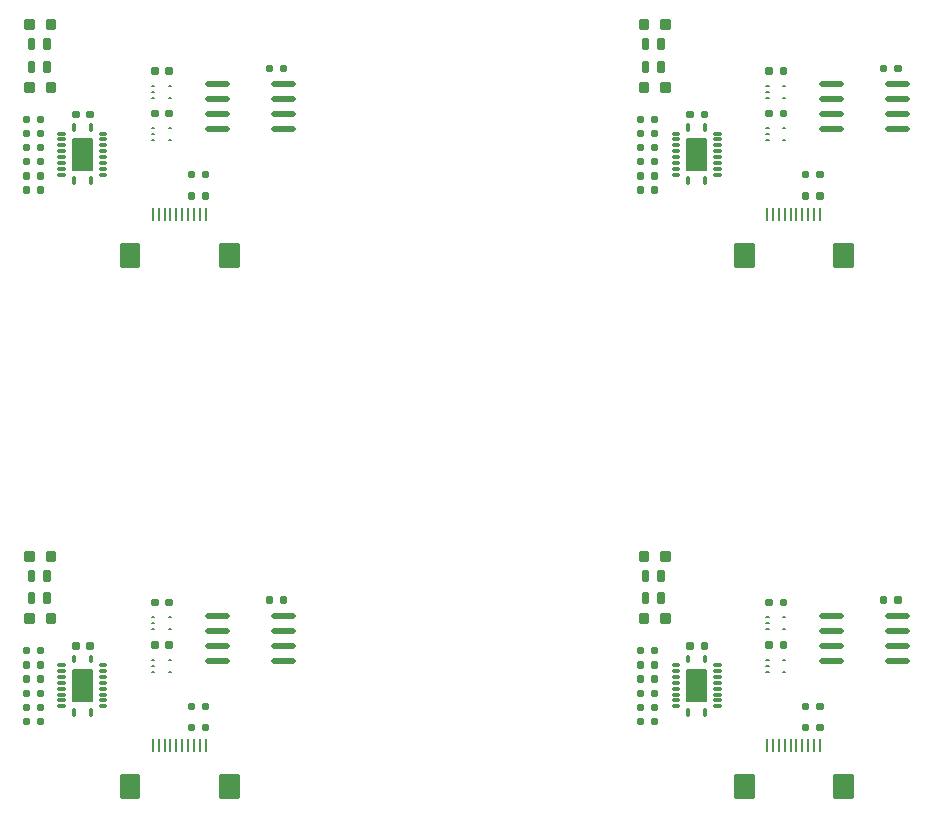
<source format=gtp>
G75*
%MOIN*%
%OFA0B0*%
%FSLAX25Y25*%
%IPPOS*%
%LPD*%
%AMOC8*
5,1,8,0,0,1.08239X$1,22.5*
%
%ADD10C,0.00787*%
%ADD11C,0.01575*%
%ADD12R,0.05118X0.06693*%
%ADD13C,0.01969*%
%ADD14C,0.01181*%
%ADD15R,0.06299X0.10236*%
%ADD16R,0.02362X0.02362*%
%ADD17R,0.01181X0.01181*%
D10*
X0150924Y0162870D02*
X0150924Y0173106D01*
X0157224Y0173106D01*
X0157224Y0162870D01*
X0150924Y0162870D01*
X0177302Y0172713D02*
X0178090Y0172713D01*
X0178090Y0174681D02*
X0177302Y0174681D01*
X0177302Y0176650D02*
X0178090Y0176650D01*
X0182814Y0176650D02*
X0183602Y0176650D01*
X0183602Y0172713D02*
X0182814Y0172713D01*
X0182814Y0186886D02*
X0183602Y0186886D01*
X0183602Y0190823D02*
X0182814Y0190823D01*
X0178090Y0190823D02*
X0177302Y0190823D01*
X0177302Y0188854D02*
X0178090Y0188854D01*
X0178090Y0186886D02*
X0177302Y0186886D01*
X0177499Y0150075D02*
X0177499Y0146138D01*
X0179468Y0146138D02*
X0179468Y0150075D01*
X0181436Y0150075D02*
X0181436Y0146138D01*
X0183405Y0146138D02*
X0183405Y0150075D01*
X0185373Y0150075D02*
X0185373Y0146138D01*
X0187342Y0146138D02*
X0187342Y0150075D01*
X0189310Y0150075D02*
X0189310Y0146138D01*
X0191279Y0146138D02*
X0191279Y0150075D01*
X0193247Y0150075D02*
X0193247Y0146138D01*
X0195216Y0146138D02*
X0195216Y0150075D01*
X0355649Y0162870D02*
X0355649Y0173106D01*
X0361948Y0173106D01*
X0361948Y0162870D01*
X0355649Y0162870D01*
X0382027Y0172713D02*
X0382814Y0172713D01*
X0382814Y0174681D02*
X0382027Y0174681D01*
X0382027Y0176650D02*
X0382814Y0176650D01*
X0387539Y0176650D02*
X0388326Y0176650D01*
X0388326Y0172713D02*
X0387539Y0172713D01*
X0387539Y0186886D02*
X0388326Y0186886D01*
X0388326Y0190823D02*
X0387539Y0190823D01*
X0382814Y0190823D02*
X0382027Y0190823D01*
X0382027Y0188854D02*
X0382814Y0188854D01*
X0382814Y0186886D02*
X0382027Y0186886D01*
X0382224Y0150075D02*
X0382224Y0146138D01*
X0384192Y0146138D02*
X0384192Y0150075D01*
X0386161Y0150075D02*
X0386161Y0146138D01*
X0388129Y0146138D02*
X0388129Y0150075D01*
X0390098Y0150075D02*
X0390098Y0146138D01*
X0392066Y0146138D02*
X0392066Y0150075D01*
X0394035Y0150075D02*
X0394035Y0146138D01*
X0396003Y0146138D02*
X0396003Y0150075D01*
X0397972Y0150075D02*
X0397972Y0146138D01*
X0399940Y0146138D02*
X0399940Y0150075D01*
X0399940Y0323303D02*
X0399940Y0327240D01*
X0397972Y0327240D02*
X0397972Y0323303D01*
X0396003Y0323303D02*
X0396003Y0327240D01*
X0394035Y0327240D02*
X0394035Y0323303D01*
X0392066Y0323303D02*
X0392066Y0327240D01*
X0390098Y0327240D02*
X0390098Y0323303D01*
X0388129Y0323303D02*
X0388129Y0327240D01*
X0386161Y0327240D02*
X0386161Y0323303D01*
X0384192Y0323303D02*
X0384192Y0327240D01*
X0382224Y0327240D02*
X0382224Y0323303D01*
X0361948Y0340035D02*
X0355649Y0340035D01*
X0355649Y0350272D01*
X0361948Y0350272D01*
X0361948Y0340035D01*
X0382027Y0349878D02*
X0382814Y0349878D01*
X0382814Y0351846D02*
X0382027Y0351846D01*
X0382027Y0353815D02*
X0382814Y0353815D01*
X0387539Y0353815D02*
X0388326Y0353815D01*
X0388326Y0349878D02*
X0387539Y0349878D01*
X0387539Y0364051D02*
X0388326Y0364051D01*
X0388326Y0367988D02*
X0387539Y0367988D01*
X0382814Y0367988D02*
X0382027Y0367988D01*
X0382027Y0366020D02*
X0382814Y0366020D01*
X0382814Y0364051D02*
X0382027Y0364051D01*
X0195216Y0327240D02*
X0195216Y0323303D01*
X0193247Y0323303D02*
X0193247Y0327240D01*
X0191279Y0327240D02*
X0191279Y0323303D01*
X0189310Y0323303D02*
X0189310Y0327240D01*
X0187342Y0327240D02*
X0187342Y0323303D01*
X0185373Y0323303D02*
X0185373Y0327240D01*
X0183405Y0327240D02*
X0183405Y0323303D01*
X0181436Y0323303D02*
X0181436Y0327240D01*
X0179468Y0327240D02*
X0179468Y0323303D01*
X0177499Y0323303D02*
X0177499Y0327240D01*
X0157224Y0340035D02*
X0150924Y0340035D01*
X0150924Y0350272D01*
X0157224Y0350272D01*
X0157224Y0340035D01*
X0177302Y0349878D02*
X0178090Y0349878D01*
X0178090Y0351846D02*
X0177302Y0351846D01*
X0177302Y0353815D02*
X0178090Y0353815D01*
X0182814Y0353815D02*
X0183602Y0353815D01*
X0183602Y0349878D02*
X0182814Y0349878D01*
X0182814Y0364051D02*
X0183602Y0364051D01*
X0183602Y0367988D02*
X0182814Y0367988D01*
X0178090Y0367988D02*
X0177302Y0367988D01*
X0177302Y0366020D02*
X0178090Y0366020D01*
X0178090Y0364051D02*
X0177302Y0364051D01*
D11*
X0167263Y0137870D02*
X0167263Y0131177D01*
X0172381Y0131177D01*
X0172381Y0137870D01*
X0167263Y0137870D01*
X0189901Y0153815D02*
X0189901Y0154602D01*
X0190688Y0154602D01*
X0190688Y0153815D01*
X0189901Y0153815D01*
X0194625Y0153815D02*
X0194625Y0154602D01*
X0195413Y0154602D01*
X0195413Y0153815D01*
X0194625Y0153815D01*
X0194625Y0160902D02*
X0194625Y0161689D01*
X0195413Y0161689D01*
X0195413Y0160902D01*
X0194625Y0160902D01*
X0190688Y0160902D02*
X0189901Y0160902D01*
X0189901Y0161689D01*
X0190688Y0161689D01*
X0190688Y0160902D01*
X0183208Y0181374D02*
X0183208Y0182161D01*
X0182420Y0182161D01*
X0182420Y0181374D01*
X0183208Y0181374D01*
X0178483Y0181374D02*
X0178483Y0182161D01*
X0177696Y0182161D01*
X0177696Y0181374D01*
X0178483Y0181374D01*
X0178483Y0195547D02*
X0178483Y0196335D01*
X0177696Y0196335D01*
X0177696Y0195547D01*
X0178483Y0195547D01*
X0182420Y0195547D02*
X0182420Y0196335D01*
X0183208Y0196335D01*
X0183208Y0195547D01*
X0182420Y0195547D01*
X0156830Y0181768D02*
X0156830Y0180980D01*
X0156043Y0180980D01*
X0156043Y0181768D01*
X0156830Y0181768D01*
X0152106Y0181768D02*
X0152106Y0180980D01*
X0151318Y0180980D01*
X0151318Y0181768D01*
X0152106Y0181768D01*
X0144428Y0189445D02*
X0144428Y0191413D01*
X0142460Y0191413D01*
X0142460Y0189445D01*
X0144428Y0189445D01*
X0137342Y0189445D02*
X0137342Y0191413D01*
X0135373Y0191413D01*
X0135373Y0189445D01*
X0137342Y0189445D01*
X0137342Y0196138D02*
X0137342Y0198500D01*
X0136554Y0198500D01*
X0136554Y0196138D01*
X0137342Y0196138D01*
X0141672Y0196138D02*
X0141672Y0198500D01*
X0142460Y0198500D01*
X0142460Y0196138D01*
X0141672Y0196138D01*
X0141672Y0203618D02*
X0141672Y0205980D01*
X0142460Y0205980D01*
X0142460Y0203618D01*
X0141672Y0203618D01*
X0137342Y0203618D02*
X0137342Y0205980D01*
X0136554Y0205980D01*
X0136554Y0203618D01*
X0137342Y0203618D01*
X0137342Y0210311D02*
X0135373Y0210311D01*
X0135373Y0212280D01*
X0137342Y0212280D01*
X0137342Y0210311D01*
X0142460Y0210311D02*
X0142460Y0212280D01*
X0144428Y0212280D01*
X0144428Y0210311D01*
X0142460Y0210311D01*
X0140294Y0180193D02*
X0139507Y0180193D01*
X0139507Y0179406D01*
X0140294Y0179406D01*
X0140294Y0180193D01*
X0135570Y0180193D02*
X0135570Y0179406D01*
X0134783Y0179406D01*
X0134783Y0180193D01*
X0135570Y0180193D01*
X0135570Y0175469D02*
X0135570Y0174681D01*
X0134783Y0174681D01*
X0134783Y0175469D01*
X0135570Y0175469D01*
X0139507Y0175469D02*
X0139507Y0174681D01*
X0140294Y0174681D01*
X0140294Y0175469D01*
X0139507Y0175469D01*
X0139507Y0170744D02*
X0139507Y0169957D01*
X0140294Y0169957D01*
X0140294Y0170744D01*
X0139507Y0170744D01*
X0135570Y0170744D02*
X0135570Y0169957D01*
X0134783Y0169957D01*
X0134783Y0170744D01*
X0135570Y0170744D01*
X0135570Y0166020D02*
X0135570Y0165232D01*
X0134783Y0165232D01*
X0134783Y0166020D01*
X0135570Y0166020D01*
X0139507Y0166020D02*
X0139507Y0165232D01*
X0140294Y0165232D01*
X0140294Y0166020D01*
X0139507Y0166020D01*
X0139507Y0161295D02*
X0139507Y0160508D01*
X0140294Y0160508D01*
X0140294Y0161295D01*
X0139507Y0161295D01*
X0135570Y0161295D02*
X0135570Y0160508D01*
X0134783Y0160508D01*
X0134783Y0161295D01*
X0135570Y0161295D01*
X0135570Y0156571D02*
X0135570Y0155783D01*
X0134783Y0155783D01*
X0134783Y0156571D01*
X0135570Y0156571D01*
X0139507Y0156571D02*
X0139507Y0155783D01*
X0140294Y0155783D01*
X0140294Y0156571D01*
X0139507Y0156571D01*
X0200334Y0137870D02*
X0200334Y0131177D01*
X0205452Y0131177D01*
X0205452Y0137870D01*
X0200334Y0137870D01*
X0215885Y0196335D02*
X0215885Y0197122D01*
X0216672Y0197122D01*
X0216672Y0196335D01*
X0215885Y0196335D01*
X0220609Y0196335D02*
X0220609Y0197122D01*
X0221397Y0197122D01*
X0221397Y0196335D01*
X0220609Y0196335D01*
X0340098Y0191413D02*
X0340098Y0189445D01*
X0342066Y0189445D01*
X0342066Y0191413D01*
X0340098Y0191413D01*
X0341279Y0196138D02*
X0341279Y0198500D01*
X0342066Y0198500D01*
X0342066Y0196138D01*
X0341279Y0196138D01*
X0346397Y0196138D02*
X0346397Y0198500D01*
X0347184Y0198500D01*
X0347184Y0196138D01*
X0346397Y0196138D01*
X0347184Y0191413D02*
X0347184Y0189445D01*
X0349153Y0189445D01*
X0349153Y0191413D01*
X0347184Y0191413D01*
X0347184Y0203618D02*
X0346397Y0203618D01*
X0346397Y0205980D01*
X0347184Y0205980D01*
X0347184Y0203618D01*
X0342066Y0203618D02*
X0342066Y0205980D01*
X0341279Y0205980D01*
X0341279Y0203618D01*
X0342066Y0203618D01*
X0342066Y0210311D02*
X0340098Y0210311D01*
X0340098Y0212280D01*
X0342066Y0212280D01*
X0342066Y0210311D01*
X0347184Y0210311D02*
X0347184Y0212280D01*
X0349153Y0212280D01*
X0349153Y0210311D01*
X0347184Y0210311D01*
X0356043Y0181768D02*
X0356830Y0181768D01*
X0356830Y0180980D01*
X0356043Y0180980D01*
X0356043Y0181768D01*
X0360767Y0181768D02*
X0360767Y0180980D01*
X0361554Y0180980D01*
X0361554Y0181768D01*
X0360767Y0181768D01*
X0345019Y0180193D02*
X0345019Y0179406D01*
X0344231Y0179406D01*
X0344231Y0180193D01*
X0345019Y0180193D01*
X0345019Y0175469D02*
X0345019Y0174681D01*
X0344231Y0174681D01*
X0344231Y0175469D01*
X0345019Y0175469D01*
X0340294Y0175469D02*
X0340294Y0174681D01*
X0339507Y0174681D01*
X0339507Y0175469D01*
X0340294Y0175469D01*
X0340294Y0179406D02*
X0339507Y0179406D01*
X0339507Y0180193D01*
X0340294Y0180193D01*
X0340294Y0179406D01*
X0340294Y0170744D02*
X0340294Y0169957D01*
X0339507Y0169957D01*
X0339507Y0170744D01*
X0340294Y0170744D01*
X0344231Y0170744D02*
X0344231Y0169957D01*
X0345019Y0169957D01*
X0345019Y0170744D01*
X0344231Y0170744D01*
X0344231Y0166020D02*
X0344231Y0165232D01*
X0345019Y0165232D01*
X0345019Y0166020D01*
X0344231Y0166020D01*
X0340294Y0166020D02*
X0340294Y0165232D01*
X0339507Y0165232D01*
X0339507Y0166020D01*
X0340294Y0166020D01*
X0340294Y0161295D02*
X0340294Y0160508D01*
X0339507Y0160508D01*
X0339507Y0161295D01*
X0340294Y0161295D01*
X0344231Y0161295D02*
X0344231Y0160508D01*
X0345019Y0160508D01*
X0345019Y0161295D01*
X0344231Y0161295D01*
X0344231Y0156571D02*
X0344231Y0155783D01*
X0345019Y0155783D01*
X0345019Y0156571D01*
X0344231Y0156571D01*
X0340294Y0156571D02*
X0340294Y0155783D01*
X0339507Y0155783D01*
X0339507Y0156571D01*
X0340294Y0156571D01*
X0371987Y0137870D02*
X0371987Y0131177D01*
X0377106Y0131177D01*
X0377106Y0137870D01*
X0371987Y0137870D01*
X0394625Y0153815D02*
X0394625Y0154602D01*
X0395413Y0154602D01*
X0395413Y0153815D01*
X0394625Y0153815D01*
X0399350Y0153815D02*
X0399350Y0154602D01*
X0400137Y0154602D01*
X0400137Y0153815D01*
X0399350Y0153815D01*
X0399350Y0160902D02*
X0399350Y0161689D01*
X0400137Y0161689D01*
X0400137Y0160902D01*
X0399350Y0160902D01*
X0395413Y0160902D02*
X0394625Y0160902D01*
X0394625Y0161689D01*
X0395413Y0161689D01*
X0395413Y0160902D01*
X0387932Y0181374D02*
X0387932Y0182161D01*
X0387145Y0182161D01*
X0387145Y0181374D01*
X0387932Y0181374D01*
X0383208Y0181374D02*
X0383208Y0182161D01*
X0382420Y0182161D01*
X0382420Y0181374D01*
X0383208Y0181374D01*
X0383208Y0195547D02*
X0382420Y0195547D01*
X0382420Y0196335D01*
X0383208Y0196335D01*
X0383208Y0195547D01*
X0387145Y0195547D02*
X0387145Y0196335D01*
X0387932Y0196335D01*
X0387932Y0195547D01*
X0387145Y0195547D01*
X0420609Y0196335D02*
X0420609Y0197122D01*
X0421397Y0197122D01*
X0421397Y0196335D01*
X0420609Y0196335D01*
X0425334Y0196335D02*
X0425334Y0197122D01*
X0426121Y0197122D01*
X0426121Y0196335D01*
X0425334Y0196335D01*
X0410176Y0137870D02*
X0405058Y0137870D01*
X0405058Y0131177D01*
X0410176Y0131177D01*
X0410176Y0137870D01*
X0410176Y0308343D02*
X0405058Y0308343D01*
X0405058Y0315035D01*
X0410176Y0315035D01*
X0410176Y0308343D01*
X0400137Y0330980D02*
X0399350Y0330980D01*
X0399350Y0331768D01*
X0400137Y0331768D01*
X0400137Y0330980D01*
X0395413Y0330980D02*
X0394625Y0330980D01*
X0394625Y0331768D01*
X0395413Y0331768D01*
X0395413Y0330980D01*
X0395413Y0338067D02*
X0394625Y0338067D01*
X0394625Y0338854D01*
X0395413Y0338854D01*
X0395413Y0338067D01*
X0399350Y0338067D02*
X0399350Y0338854D01*
X0400137Y0338854D01*
X0400137Y0338067D01*
X0399350Y0338067D01*
X0387932Y0358539D02*
X0387932Y0359327D01*
X0387145Y0359327D01*
X0387145Y0358539D01*
X0387932Y0358539D01*
X0383208Y0358539D02*
X0383208Y0359327D01*
X0382420Y0359327D01*
X0382420Y0358539D01*
X0383208Y0358539D01*
X0383208Y0372713D02*
X0382420Y0372713D01*
X0382420Y0373500D01*
X0383208Y0373500D01*
X0383208Y0372713D01*
X0387145Y0372713D02*
X0387145Y0373500D01*
X0387932Y0373500D01*
X0387932Y0372713D01*
X0387145Y0372713D01*
X0361554Y0358933D02*
X0361554Y0358146D01*
X0360767Y0358146D01*
X0360767Y0358933D01*
X0361554Y0358933D01*
X0356830Y0358933D02*
X0356830Y0358146D01*
X0356043Y0358146D01*
X0356043Y0358933D01*
X0356830Y0358933D01*
X0349153Y0366610D02*
X0347184Y0366610D01*
X0347184Y0368579D01*
X0349153Y0368579D01*
X0349153Y0366610D01*
X0342066Y0366610D02*
X0342066Y0368579D01*
X0340098Y0368579D01*
X0340098Y0366610D01*
X0342066Y0366610D01*
X0342066Y0373303D02*
X0341279Y0373303D01*
X0341279Y0375665D01*
X0342066Y0375665D01*
X0342066Y0373303D01*
X0346397Y0373303D02*
X0346397Y0375665D01*
X0347184Y0375665D01*
X0347184Y0373303D01*
X0346397Y0373303D01*
X0346397Y0380783D02*
X0346397Y0383146D01*
X0347184Y0383146D01*
X0347184Y0380783D01*
X0346397Y0380783D01*
X0342066Y0380783D02*
X0342066Y0383146D01*
X0341279Y0383146D01*
X0341279Y0380783D01*
X0342066Y0380783D01*
X0342066Y0387476D02*
X0340098Y0387476D01*
X0340098Y0389445D01*
X0342066Y0389445D01*
X0342066Y0387476D01*
X0347184Y0387476D02*
X0347184Y0389445D01*
X0349153Y0389445D01*
X0349153Y0387476D01*
X0347184Y0387476D01*
X0345019Y0357358D02*
X0345019Y0356571D01*
X0344231Y0356571D01*
X0344231Y0357358D01*
X0345019Y0357358D01*
X0345019Y0352634D02*
X0345019Y0351846D01*
X0344231Y0351846D01*
X0344231Y0352634D01*
X0345019Y0352634D01*
X0340294Y0352634D02*
X0340294Y0351846D01*
X0339507Y0351846D01*
X0339507Y0352634D01*
X0340294Y0352634D01*
X0340294Y0356571D02*
X0339507Y0356571D01*
X0339507Y0357358D01*
X0340294Y0357358D01*
X0340294Y0356571D01*
X0340294Y0347909D02*
X0340294Y0347122D01*
X0339507Y0347122D01*
X0339507Y0347909D01*
X0340294Y0347909D01*
X0344231Y0347909D02*
X0344231Y0347122D01*
X0345019Y0347122D01*
X0345019Y0347909D01*
X0344231Y0347909D01*
X0344231Y0343185D02*
X0344231Y0342398D01*
X0345019Y0342398D01*
X0345019Y0343185D01*
X0344231Y0343185D01*
X0340294Y0343185D02*
X0340294Y0342398D01*
X0339507Y0342398D01*
X0339507Y0343185D01*
X0340294Y0343185D01*
X0340294Y0338461D02*
X0340294Y0337673D01*
X0339507Y0337673D01*
X0339507Y0338461D01*
X0340294Y0338461D01*
X0344231Y0338461D02*
X0344231Y0337673D01*
X0345019Y0337673D01*
X0345019Y0338461D01*
X0344231Y0338461D01*
X0344231Y0333736D02*
X0344231Y0332949D01*
X0345019Y0332949D01*
X0345019Y0333736D01*
X0344231Y0333736D01*
X0340294Y0333736D02*
X0340294Y0332949D01*
X0339507Y0332949D01*
X0339507Y0333736D01*
X0340294Y0333736D01*
X0371987Y0315035D02*
X0371987Y0308343D01*
X0377106Y0308343D01*
X0377106Y0315035D01*
X0371987Y0315035D01*
X0420609Y0373500D02*
X0420609Y0374287D01*
X0421397Y0374287D01*
X0421397Y0373500D01*
X0420609Y0373500D01*
X0425334Y0373500D02*
X0425334Y0374287D01*
X0426121Y0374287D01*
X0426121Y0373500D01*
X0425334Y0373500D01*
X0221397Y0373500D02*
X0221397Y0374287D01*
X0220609Y0374287D01*
X0220609Y0373500D01*
X0221397Y0373500D01*
X0216672Y0373500D02*
X0216672Y0374287D01*
X0215885Y0374287D01*
X0215885Y0373500D01*
X0216672Y0373500D01*
X0183208Y0373500D02*
X0183208Y0372713D01*
X0182420Y0372713D01*
X0182420Y0373500D01*
X0183208Y0373500D01*
X0178483Y0373500D02*
X0178483Y0372713D01*
X0177696Y0372713D01*
X0177696Y0373500D01*
X0178483Y0373500D01*
X0178483Y0359327D02*
X0178483Y0358539D01*
X0177696Y0358539D01*
X0177696Y0359327D01*
X0178483Y0359327D01*
X0182420Y0359327D02*
X0183208Y0359327D01*
X0183208Y0358539D01*
X0182420Y0358539D01*
X0182420Y0359327D01*
X0189901Y0338854D02*
X0189901Y0338067D01*
X0190688Y0338067D01*
X0190688Y0338854D01*
X0189901Y0338854D01*
X0194625Y0338854D02*
X0194625Y0338067D01*
X0195413Y0338067D01*
X0195413Y0338854D01*
X0194625Y0338854D01*
X0194625Y0331768D02*
X0194625Y0330980D01*
X0195413Y0330980D01*
X0195413Y0331768D01*
X0194625Y0331768D01*
X0190688Y0331768D02*
X0190688Y0330980D01*
X0189901Y0330980D01*
X0189901Y0331768D01*
X0190688Y0331768D01*
X0200334Y0315035D02*
X0200334Y0308343D01*
X0205452Y0308343D01*
X0205452Y0315035D01*
X0200334Y0315035D01*
X0172381Y0315035D02*
X0172381Y0308343D01*
X0167263Y0308343D01*
X0167263Y0315035D01*
X0172381Y0315035D01*
X0140294Y0332949D02*
X0139507Y0332949D01*
X0139507Y0333736D01*
X0140294Y0333736D01*
X0140294Y0332949D01*
X0135570Y0332949D02*
X0134783Y0332949D01*
X0134783Y0333736D01*
X0135570Y0333736D01*
X0135570Y0332949D01*
X0135570Y0337673D02*
X0134783Y0337673D01*
X0134783Y0338461D01*
X0135570Y0338461D01*
X0135570Y0337673D01*
X0139507Y0337673D02*
X0139507Y0338461D01*
X0140294Y0338461D01*
X0140294Y0337673D01*
X0139507Y0337673D01*
X0139507Y0342398D02*
X0139507Y0343185D01*
X0140294Y0343185D01*
X0140294Y0342398D01*
X0139507Y0342398D01*
X0135570Y0342398D02*
X0134783Y0342398D01*
X0134783Y0343185D01*
X0135570Y0343185D01*
X0135570Y0342398D01*
X0135570Y0347122D02*
X0134783Y0347122D01*
X0134783Y0347909D01*
X0135570Y0347909D01*
X0135570Y0347122D01*
X0139507Y0347122D02*
X0139507Y0347909D01*
X0140294Y0347909D01*
X0140294Y0347122D01*
X0139507Y0347122D01*
X0139507Y0351846D02*
X0139507Y0352634D01*
X0140294Y0352634D01*
X0140294Y0351846D01*
X0139507Y0351846D01*
X0135570Y0351846D02*
X0134783Y0351846D01*
X0134783Y0352634D01*
X0135570Y0352634D01*
X0135570Y0351846D01*
X0135570Y0356571D02*
X0134783Y0356571D01*
X0134783Y0357358D01*
X0135570Y0357358D01*
X0135570Y0356571D01*
X0139507Y0356571D02*
X0139507Y0357358D01*
X0140294Y0357358D01*
X0140294Y0356571D01*
X0139507Y0356571D01*
X0137342Y0366610D02*
X0135373Y0366610D01*
X0135373Y0368579D01*
X0137342Y0368579D01*
X0137342Y0366610D01*
X0142460Y0366610D02*
X0142460Y0368579D01*
X0144428Y0368579D01*
X0144428Y0366610D01*
X0142460Y0366610D01*
X0142460Y0373303D02*
X0142460Y0375665D01*
X0141672Y0375665D01*
X0141672Y0373303D01*
X0142460Y0373303D01*
X0137342Y0373303D02*
X0137342Y0375665D01*
X0136554Y0375665D01*
X0136554Y0373303D01*
X0137342Y0373303D01*
X0137342Y0380783D02*
X0137342Y0383146D01*
X0136554Y0383146D01*
X0136554Y0380783D01*
X0137342Y0380783D01*
X0141672Y0380783D02*
X0141672Y0383146D01*
X0142460Y0383146D01*
X0142460Y0380783D01*
X0141672Y0380783D01*
X0142460Y0387476D02*
X0142460Y0389445D01*
X0144428Y0389445D01*
X0144428Y0387476D01*
X0142460Y0387476D01*
X0137342Y0387476D02*
X0135373Y0387476D01*
X0135373Y0389445D01*
X0137342Y0389445D01*
X0137342Y0387476D01*
X0151318Y0358933D02*
X0152106Y0358933D01*
X0152106Y0358146D01*
X0151318Y0358146D01*
X0151318Y0358933D01*
X0156043Y0358933D02*
X0156043Y0358146D01*
X0156830Y0358146D01*
X0156830Y0358933D01*
X0156043Y0358933D01*
D12*
X0169822Y0311689D03*
X0202893Y0311689D03*
X0374546Y0311689D03*
X0407617Y0311689D03*
X0407617Y0134524D03*
X0374546Y0134524D03*
X0202893Y0134524D03*
X0169822Y0134524D03*
D13*
X0195806Y0176236D02*
X0202106Y0176236D01*
X0202106Y0181236D02*
X0195806Y0181236D01*
X0195806Y0186236D02*
X0202106Y0186236D01*
X0202106Y0191236D02*
X0195806Y0191236D01*
X0217854Y0191236D02*
X0224153Y0191236D01*
X0224153Y0186236D02*
X0217854Y0186236D01*
X0217854Y0181236D02*
X0224153Y0181236D01*
X0224153Y0176236D02*
X0217854Y0176236D01*
X0400531Y0176236D02*
X0406830Y0176236D01*
X0406830Y0181236D02*
X0400531Y0181236D01*
X0400531Y0186236D02*
X0406830Y0186236D01*
X0406830Y0191236D02*
X0400531Y0191236D01*
X0422578Y0191236D02*
X0428877Y0191236D01*
X0428877Y0186236D02*
X0422578Y0186236D01*
X0422578Y0181236D02*
X0428877Y0181236D01*
X0428877Y0176236D02*
X0422578Y0176236D01*
X0422578Y0353402D02*
X0428877Y0353402D01*
X0428877Y0358402D02*
X0422578Y0358402D01*
X0422578Y0363402D02*
X0428877Y0363402D01*
X0428877Y0368402D02*
X0422578Y0368402D01*
X0406830Y0368402D02*
X0400531Y0368402D01*
X0400531Y0363402D02*
X0406830Y0363402D01*
X0406830Y0358402D02*
X0400531Y0358402D01*
X0400531Y0353402D02*
X0406830Y0353402D01*
X0224153Y0353402D02*
X0217854Y0353402D01*
X0217854Y0358402D02*
X0224153Y0358402D01*
X0224153Y0363402D02*
X0217854Y0363402D01*
X0217854Y0368402D02*
X0224153Y0368402D01*
X0202106Y0368402D02*
X0195806Y0368402D01*
X0195806Y0363402D02*
X0202106Y0363402D01*
X0202106Y0358402D02*
X0195806Y0358402D01*
X0195806Y0353402D02*
X0202106Y0353402D01*
D14*
X0161751Y0352043D02*
X0160176Y0352043D01*
X0160176Y0350075D02*
X0161751Y0350075D01*
X0161751Y0348106D02*
X0160176Y0348106D01*
X0160176Y0346138D02*
X0161751Y0346138D01*
X0161751Y0344169D02*
X0160176Y0344169D01*
X0160176Y0342201D02*
X0161751Y0342201D01*
X0161751Y0340232D02*
X0160176Y0340232D01*
X0160176Y0338264D02*
X0161751Y0338264D01*
X0157027Y0337083D02*
X0157027Y0335508D01*
X0151121Y0335508D02*
X0151121Y0337083D01*
X0147972Y0338264D02*
X0146397Y0338264D01*
X0146397Y0340232D02*
X0147972Y0340232D01*
X0147972Y0342201D02*
X0146397Y0342201D01*
X0146397Y0344169D02*
X0147972Y0344169D01*
X0147972Y0346138D02*
X0146397Y0346138D01*
X0146397Y0348106D02*
X0147972Y0348106D01*
X0147972Y0350075D02*
X0146397Y0350075D01*
X0146397Y0352043D02*
X0147972Y0352043D01*
X0151121Y0353224D02*
X0151121Y0354799D01*
X0157027Y0354799D02*
X0157027Y0353224D01*
X0157027Y0177634D02*
X0157027Y0176059D01*
X0160176Y0174878D02*
X0161751Y0174878D01*
X0161751Y0172909D02*
X0160176Y0172909D01*
X0160176Y0170941D02*
X0161751Y0170941D01*
X0161751Y0168972D02*
X0160176Y0168972D01*
X0160176Y0167004D02*
X0161751Y0167004D01*
X0161751Y0165035D02*
X0160176Y0165035D01*
X0160176Y0163067D02*
X0161751Y0163067D01*
X0161751Y0161098D02*
X0160176Y0161098D01*
X0157027Y0159917D02*
X0157027Y0158343D01*
X0151121Y0158343D02*
X0151121Y0159917D01*
X0147972Y0161098D02*
X0146397Y0161098D01*
X0146397Y0163067D02*
X0147972Y0163067D01*
X0147972Y0165035D02*
X0146397Y0165035D01*
X0146397Y0167004D02*
X0147972Y0167004D01*
X0147972Y0168972D02*
X0146397Y0168972D01*
X0146397Y0170941D02*
X0147972Y0170941D01*
X0147972Y0172909D02*
X0146397Y0172909D01*
X0146397Y0174878D02*
X0147972Y0174878D01*
X0151121Y0176059D02*
X0151121Y0177634D01*
X0351121Y0174878D02*
X0352696Y0174878D01*
X0352696Y0172909D02*
X0351121Y0172909D01*
X0351121Y0170941D02*
X0352696Y0170941D01*
X0352696Y0168972D02*
X0351121Y0168972D01*
X0351121Y0167004D02*
X0352696Y0167004D01*
X0352696Y0165035D02*
X0351121Y0165035D01*
X0351121Y0163067D02*
X0352696Y0163067D01*
X0352696Y0161098D02*
X0351121Y0161098D01*
X0355846Y0159917D02*
X0355846Y0158343D01*
X0361751Y0158343D02*
X0361751Y0159917D01*
X0364901Y0161098D02*
X0366476Y0161098D01*
X0366476Y0163067D02*
X0364901Y0163067D01*
X0364901Y0165035D02*
X0366476Y0165035D01*
X0366476Y0167004D02*
X0364901Y0167004D01*
X0364901Y0168972D02*
X0366476Y0168972D01*
X0366476Y0170941D02*
X0364901Y0170941D01*
X0364901Y0172909D02*
X0366476Y0172909D01*
X0366476Y0174878D02*
X0364901Y0174878D01*
X0361751Y0176059D02*
X0361751Y0177634D01*
X0355846Y0177634D02*
X0355846Y0176059D01*
X0355846Y0335508D02*
X0355846Y0337083D01*
X0352696Y0338264D02*
X0351121Y0338264D01*
X0351121Y0340232D02*
X0352696Y0340232D01*
X0352696Y0342201D02*
X0351121Y0342201D01*
X0351121Y0344169D02*
X0352696Y0344169D01*
X0352696Y0346138D02*
X0351121Y0346138D01*
X0351121Y0348106D02*
X0352696Y0348106D01*
X0352696Y0350075D02*
X0351121Y0350075D01*
X0351121Y0352043D02*
X0352696Y0352043D01*
X0355846Y0353224D02*
X0355846Y0354799D01*
X0361751Y0354799D02*
X0361751Y0353224D01*
X0364901Y0352043D02*
X0366476Y0352043D01*
X0366476Y0350075D02*
X0364901Y0350075D01*
X0364901Y0348106D02*
X0366476Y0348106D01*
X0366476Y0346138D02*
X0364901Y0346138D01*
X0364901Y0344169D02*
X0366476Y0344169D01*
X0366476Y0342201D02*
X0364901Y0342201D01*
X0364901Y0340232D02*
X0366476Y0340232D01*
X0366476Y0338264D02*
X0364901Y0338264D01*
X0361751Y0337083D02*
X0361751Y0335508D01*
D15*
X0358798Y0345154D03*
X0358798Y0167988D03*
X0154074Y0167988D03*
X0154074Y0345154D03*
D16*
X0143444Y0367594D03*
X0136357Y0367594D03*
X0136357Y0388461D03*
X0143444Y0388461D03*
X0143444Y0211295D03*
X0136357Y0211295D03*
X0136357Y0190429D03*
X0143444Y0190429D03*
X0341082Y0190429D03*
X0348169Y0190429D03*
X0348169Y0211295D03*
X0341082Y0211295D03*
X0341082Y0367594D03*
X0348169Y0367594D03*
X0348169Y0388461D03*
X0341082Y0388461D03*
D17*
X0356436Y0358539D03*
X0361161Y0358539D03*
X0344625Y0356965D03*
X0339901Y0356965D03*
X0339901Y0352240D03*
X0344625Y0352240D03*
X0344625Y0347516D03*
X0339901Y0347516D03*
X0339901Y0342791D03*
X0339901Y0338067D03*
X0344625Y0338067D03*
X0344625Y0342791D03*
X0344625Y0333343D03*
X0339901Y0333343D03*
X0382814Y0358933D03*
X0387539Y0358933D03*
X0387539Y0373106D03*
X0382814Y0373106D03*
X0395019Y0338461D03*
X0399743Y0338461D03*
X0399743Y0331374D03*
X0395019Y0331374D03*
X0421003Y0373894D03*
X0425728Y0373894D03*
X0425728Y0196728D03*
X0421003Y0196728D03*
X0387539Y0195941D03*
X0382814Y0195941D03*
X0382814Y0181768D03*
X0387539Y0181768D03*
X0395019Y0161295D03*
X0399743Y0161295D03*
X0399743Y0154209D03*
X0395019Y0154209D03*
X0361161Y0181374D03*
X0356436Y0181374D03*
X0344625Y0179799D03*
X0344625Y0175075D03*
X0339901Y0175075D03*
X0339901Y0179799D03*
X0339901Y0170350D03*
X0339901Y0165626D03*
X0344625Y0165626D03*
X0344625Y0170350D03*
X0344625Y0160902D03*
X0339901Y0160902D03*
X0339901Y0156177D03*
X0344625Y0156177D03*
X0221003Y0196728D03*
X0216279Y0196728D03*
X0182814Y0195941D03*
X0178090Y0195941D03*
X0178090Y0181768D03*
X0182814Y0181768D03*
X0190294Y0161295D03*
X0195019Y0161295D03*
X0195019Y0154209D03*
X0190294Y0154209D03*
X0156436Y0181374D03*
X0151712Y0181374D03*
X0139901Y0179799D03*
X0139901Y0175075D03*
X0139901Y0170350D03*
X0139901Y0165626D03*
X0139901Y0160902D03*
X0135176Y0160902D03*
X0135176Y0165626D03*
X0135176Y0170350D03*
X0135176Y0175075D03*
X0135176Y0179799D03*
X0135176Y0156177D03*
X0139901Y0156177D03*
X0139901Y0333343D03*
X0139901Y0338067D03*
X0139901Y0342791D03*
X0135176Y0342791D03*
X0135176Y0338067D03*
X0135176Y0333343D03*
X0135176Y0347516D03*
X0135176Y0352240D03*
X0135176Y0356965D03*
X0139901Y0356965D03*
X0139901Y0352240D03*
X0139901Y0347516D03*
X0151712Y0358539D03*
X0156436Y0358539D03*
X0178090Y0358933D03*
X0182814Y0358933D03*
X0182814Y0373106D03*
X0178090Y0373106D03*
X0216279Y0373894D03*
X0221003Y0373894D03*
X0195019Y0338461D03*
X0190294Y0338461D03*
X0190294Y0331374D03*
X0195019Y0331374D03*
M02*

</source>
